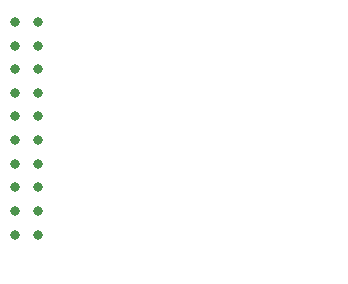
<source format=gbr>
%TF.GenerationSoftware,Altium Limited,Altium Designer,24.3.1 (35)*%
G04 Layer_Color=0*
%FSLAX45Y45*%
%MOMM*%
%TF.SameCoordinates,49A6F1C3-9DA9-4727-8ECF-3BB51FF8743F*%
%TF.FilePolarity,Positive*%
%TF.FileFunction,Plated,1,4,PTH,Drill*%
%TF.Part,Single*%
G01*
G75*
%TA.AperFunction,ComponentDrill*%
%ADD127C,0.80000*%
%TA.AperFunction,ViaDrill,NotFilled*%
%ADD128C,0.10000*%
D127*
X180000Y2326000D02*
D03*
Y2126000D02*
D03*
Y1926000D02*
D03*
Y1726000D02*
D03*
Y1526000D02*
D03*
Y1326000D02*
D03*
Y1126000D02*
D03*
X380000Y2326000D02*
D03*
Y2126000D02*
D03*
Y1926000D02*
D03*
Y1726000D02*
D03*
Y1526000D02*
D03*
Y1326000D02*
D03*
Y1126000D02*
D03*
X180000Y926000D02*
D03*
Y726000D02*
D03*
X380000Y926000D02*
D03*
Y726000D02*
D03*
X180000Y526000D02*
D03*
X380000D02*
D03*
D128*
X1530000Y2390000D02*
D03*
X2530000Y1500000D02*
D03*
X2004367Y1012374D02*
D03*
X1534895Y910710D02*
D03*
X1950052Y660052D02*
D03*
X1700000Y917500D02*
D03*
X1900000Y550000D02*
D03*
X2920000Y910000D02*
D03*
Y770000D02*
D03*
X2600000D02*
D03*
Y910000D02*
D03*
X2610000Y1370000D02*
D03*
Y1510000D02*
D03*
X2920000D02*
D03*
Y1370000D02*
D03*
X2110745Y935374D02*
D03*
X2172923Y921919D02*
D03*
X2321965Y784435D02*
D03*
X2340000Y610000D02*
D03*
X2288739Y918354D02*
D03*
X2230000D02*
D03*
X2242319Y783563D02*
D03*
X2177139Y784086D02*
D03*
X2350000Y920000D02*
D03*
X1545544Y678085D02*
D03*
X1700000Y560000D02*
D03*
X2923572Y265363D02*
D03*
X2540000Y170000D02*
D03*
X2930000Y580000D02*
D03*
Y2450000D02*
D03*
X2040000Y1410000D02*
D03*
X2080000Y1460000D02*
D03*
X880000Y180000D02*
D03*
X130000Y230000D02*
D03*
X2580000Y1050000D02*
D03*
X2420000Y1160000D02*
D03*
X2440000Y1230000D02*
D03*
X2600000Y1270000D02*
D03*
X2920000Y1260000D02*
D03*
Y1040000D02*
D03*
X2640000Y1010000D02*
D03*
X2580000Y970000D02*
D03*
X2520000Y760000D02*
D03*
X2448491Y768052D02*
D03*
X2376166Y766832D02*
D03*
X2007012Y798218D02*
D03*
X1050000Y2370000D02*
D03*
X1870000Y1460000D02*
D03*
X1830000Y1400000D02*
D03*
X1765237Y1400931D02*
D03*
X1700000Y1400000D02*
D03*
X1030489Y1607165D02*
D03*
X1029485Y1539926D02*
D03*
X1030000Y1780000D02*
D03*
X1275452Y1894259D02*
D03*
X1272521Y1571293D02*
D03*
X1330000Y1500000D02*
D03*
X1423747Y1558984D02*
D03*
X1190000Y1460000D02*
D03*
X1475515Y693296D02*
D03*
X1465976Y749999D02*
D03*
X1477500Y808826D02*
D03*
X2391415Y1893559D02*
D03*
X1877104Y384739D02*
D03*
X2030633Y1329628D02*
D03*
X2020000Y2170000D02*
D03*
X2510092Y1867094D02*
D03*
X1110000Y710000D02*
D03*
X1220000Y570000D02*
D03*
X1120000Y430000D02*
D03*
X1540000Y1950000D02*
D03*
X1610000Y2150000D02*
D03*
X890000Y1170000D02*
D03*
X850052Y940052D02*
D03*
X979948Y619948D02*
D03*
X1059292Y820000D02*
D03*
X855802Y802828D02*
D03*
X887407Y1096933D02*
D03*
X700000Y300000D02*
D03*
X1520000Y1680000D02*
D03*
X1190000Y1310000D02*
D03*
X1390000Y1400000D02*
D03*
X1240000Y1270000D02*
D03*
X1720000Y1560000D02*
D03*
X1716235Y1660834D02*
D03*
X810000Y690000D02*
D03*
X2340000Y1190000D02*
D03*
X2540000Y1570000D02*
D03*
X1992500Y899999D02*
D03*
X2400000Y1090000D02*
D03*
X2498576Y1291824D02*
D03*
X1069175Y2102286D02*
D03*
X1301277Y2176383D02*
D03*
X1290000Y2120000D02*
D03*
X537566Y2360811D02*
D03*
X1072500Y1110000D02*
D03*
X1140000Y1140000D02*
D03*
X534822Y1110902D02*
D03*
X1900000Y250000D02*
D03*
X2010000D02*
D03*
X2200000Y320000D02*
D03*
X2110236Y769224D02*
D03*
X2024376Y729386D02*
D03*
X1790000Y1220000D02*
D03*
X2390000Y1470000D02*
D03*
X830000Y1010000D02*
D03*
X850000Y1354174D02*
D03*
X1590087Y1309539D02*
D03*
X1390528Y866449D02*
D03*
X1392258Y772505D02*
D03*
X1357061Y817974D02*
D03*
X2705000Y1595000D02*
D03*
X2540000Y1630000D02*
D03*
X2254793Y1679804D02*
D03*
X2460000Y1680000D02*
D03*
X2690000Y1790000D02*
D03*
X2250000Y250000D02*
D03*
X2315778Y248100D02*
D03*
X1390000Y294739D02*
D03*
X1540000D02*
D03*
X1650000Y267238D02*
D03*
X1720000D02*
D03*
X2750000Y1830000D02*
D03*
X2760000Y2060000D02*
D03*
X2850000Y2200000D02*
D03*
X2920000D02*
D03*
X2720000Y2330000D02*
D03*
X1550000Y1120000D02*
D03*
X1843282Y477499D02*
D03*
X1291786Y572374D02*
D03*
X1370000Y670000D02*
D03*
X1651592Y1024557D02*
D03*
X2022500Y597934D02*
D03*
X2010000Y480000D02*
D03*
X2114252Y573930D02*
D03*
X1777989Y375811D02*
D03*
X1610000Y477499D02*
D03*
X1654424Y1676418D02*
D03*
X1131500Y1992112D02*
D03*
X900000Y2370000D02*
D03*
X1474093Y604701D02*
D03*
X880000Y520000D02*
D03*
X1410565Y2223843D02*
D03*
X2025002Y379999D02*
D03*
X2322971Y1708393D02*
D03*
X2385852Y2338619D02*
D03*
X2159948Y1900052D02*
D03*
X2329377Y2062656D02*
D03*
X2281887Y2109328D02*
D03*
X2239172Y2070836D02*
D03*
X2281058Y2218565D02*
D03*
X2227823Y2194478D02*
D03*
X2173831Y2214999D02*
D03*
X2459498Y1756062D02*
D03*
X2454454Y1883076D02*
D03*
X2464899Y1945597D02*
D03*
X2484288Y2014321D02*
D03*
X1920000Y1720000D02*
D03*
X2553760Y1772201D02*
D03*
X2237383Y2420539D02*
D03*
X2150233Y2332155D02*
D03*
X2207680Y2334641D02*
D03*
X2165933Y2158044D02*
D03*
X2167062Y2100555D02*
D03*
X2273047Y2333828D02*
D03*
X2139948Y1460052D02*
D03*
X1700795Y475218D02*
D03*
X1758282Y476434D02*
D03*
X1750308Y1023589D02*
D03*
X2547500Y2350000D02*
D03*
X761529Y2160291D02*
D03*
X1398915Y521316D02*
D03*
X740000Y741698D02*
D03*
X1770000Y2024782D02*
D03*
X2620000Y2200000D02*
D03*
Y2140000D02*
D03*
X2630000Y2010000D02*
D03*
X2155597Y2044210D02*
D03*
X1902065Y477499D02*
D03*
X2510215Y1727264D02*
D03*
X1952558Y2325000D02*
D03*
X2468052Y2193554D02*
D03*
X2470000Y2130000D02*
D03*
%TF.MD5,00735c6dd9cd2da242c54d621e3a017e*%
M02*

</source>
